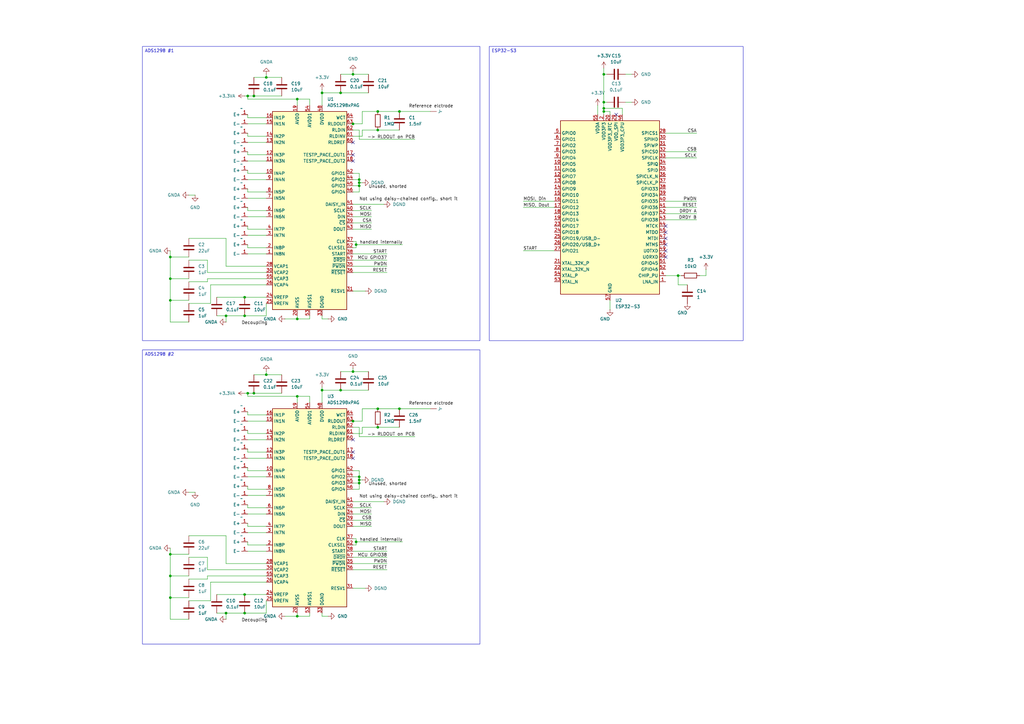
<source format=kicad_sch>
(kicad_sch (version 20250114) (generator "eeschema") (generator_version "9.0")
  (paper "A3")
  (title_block (title "sEMG Wirstband") (company "McGill AI Lab - Researcher: Karen Chen Lai"))
  (lib_symbols
    (symbol "Analog_ADC:ADS1298xPAG"
      (property "Reference" "U" (at -15.24 41.91 0))
      (property "Value" "ADS1298xPAG" (at 6.35 41.91 0))
      (symbol "ADS1298xPAG_0_1"
        (rectangle (start -15.24 40.64) (end 15.24 -40.64) (stroke (width 0.254)) (fill (type background)))
      )
      (symbol "ADS1298xPAG_1_1"
        (pin input line (at -17.78 38.1 0) (length 2.54) (name "IN1P") (number "16"))
        (pin input line (at -17.78 35.56 0) (length 2.54) (name "IN1N") (number "15"))
        (pin input line (at -17.78 30.48 0) (length 2.54) (name "IN2P") (number "14"))
        (pin input line (at -17.78 27.94 0) (length 2.54) (name "IN2N") (number "13"))
        (pin input line (at -17.78 22.86 0) (length 2.54) (name "IN3P") (number "12"))
        (pin input line (at -17.78 20.32 0) (length 2.54) (name "IN3N") (number "11"))
        (pin input line (at -17.78 15.24 0) (length 2.54) (name "IN4P") (number "10"))
        (pin input line (at -17.78 12.7 0) (length 2.54) (name "IN4N") (number "9"))
        (pin input line (at -17.78 7.62 0) (length 2.54) (name "IN5P") (number "8"))
        (pin input line (at -17.78 5.08 0) (length 2.54) (name "IN5N") (number "7"))
        (pin input line (at -17.78 0 0) (length 2.54) (name "IN6P") (number "6"))
        (pin input line (at -17.78 -2.54 0) (length 2.54) (name "IN6N") (number "5"))
        (pin input line (at -17.78 -7.62 0) (length 2.54) (name "IN7P") (number "4"))
        (pin input line (at -17.78 -10.16 0) (length 2.54) (name "IN7N") (number "3"))
        (pin input line (at -17.78 -15.24 0) (length 2.54) (name "IN8P") (number "2"))
        (pin input line (at -17.78 -17.78 0) (length 2.54) (name "IN8N") (number "1"))
        (pin passive line (at -17.78 -22.86 0) (length 2.54) (name "VCAP1") (number "28"))
        (pin passive line (at -17.78 -25.4 0) (length 2.54) (name "VCAP2") (number "30"))
        (pin passive line (at -17.78 -27.94 0) (length 2.54) (name "VCAP3") (number "55"))
        (pin passive line (at -17.78 -30.48 0) (length 2.54) (name "VCAP4") (number "26"))
        (pin passive line (at -17.78 -35.56 0) (length 2.54) (name "VREFP") (number "24"))
        (pin passive line (at -17.78 -38.1 0) (length 2.54) (name "VREFN") (number "25"))
        (pin power_in line (at -5.08 43.18 270) (length 2.54) (name "AVDD") (number "19"))
        (pin passive line (at -5.08 43.18 270) (length 2.54) (hide yes) (name "AVDD") (number "21"))
        (pin passive line (at -5.08 43.18 270) (length 2.54) (hide yes) (name "AVDD") (number "22"))
        (pin passive line (at -5.08 43.18 270) (length 2.54) (hide yes) (name "AVDD") (number "56"))
        (pin passive line (at -5.08 43.18 270) (length 2.54) (hide yes) (name "AVDD") (number "59"))
        (pin power_in line (at -5.08 -43.18 90) (length 2.54) (name "AVSS") (number "20"))
        (pin passive line (at -5.08 -43.18 90) (length 2.54) (hide yes) (name "AVSS") (number "23"))
        (pin passive line (at -5.08 -43.18 90) (length 2.54) (hide yes) (name "AVSS") (number "32"))
        (pin passive line (at -5.08 -43.18 90) (length 2.54) (hide yes) (name "AVSS") (number "57"))
        (pin passive line (at -5.08 -43.18 90) (length 2.54) (hide yes) (name "AVSS") (number "58"))
        (pin power_in line (at 0 43.18 270) (length 2.54) (name "AVDD1") (number "54"))
        (pin power_in line (at 0 -43.18 90) (length 2.54) (name "AVSS1") (number "53"))
        (pin power_in line (at 5.08 43.18 270) (length 2.54) (name "DVDD") (number "48"))
        (pin passive line (at 5.08 43.18 270) (length 2.54) (hide yes) (name "DVDD") (number "50"))
        (pin power_in line (at 5.08 -43.18 90) (length 2.54) (name "DGND") (number "33"))
        (pin passive line (at 5.08 -43.18 90) (length 2.54) (hide yes) (name "DGND") (number "49"))
        (pin passive line (at 5.08 -43.18 90) (length 2.54) (hide yes) (name "DGND") (number "51"))
        (pin no_connect line (at 15.24 -35.56 180) (length 2.54) (hide yes) (name "NC") (number "27"))
        (pin no_connect line (at 15.24 -38.1 180) (length 2.54) (hide yes) (name "NC") (number "29"))
        (pin output line (at 17.78 38.1 180) (length 2.54) (name "WCT") (number "64"))
        (pin output line (at 17.78 35.56 180) (length 2.54) (name "RLDOUT") (number "63"))
        (pin input line (at 17.78 33.02 180) (length 2.54) (name "RLDIN") (number "62"))
        (pin input line (at 17.78 30.48 180) (length 2.54) (name "RLDINV") (number "61"))
        (pin input line (at 17.78 27.94 180) (length 2.54) (name "RLDREF") (number "60"))
        (pin bidirectional line (at 17.78 22.86 180) (length 2.54) (name "TESTP_PACE_OUT1") (number "17"))
        (pin bidirectional line (at 17.78 20.32 180) (length 2.54) (name "TESTP_PACE_OUT2") (number "18"))
        (pin bidirectional line (at 17.78 15.24 180) (length 2.54) (name "GPIO1") (number "42"))
        (pin bidirectional line (at 17.78 12.7 180) (length 2.54) (name "GPIO2") (number "44"))
        (pin bidirectional line (at 17.78 10.16 180) (length 2.54) (name "GPIO3") (number "45"))
        (pin bidirectional line (at 17.78 7.62 180) (length 2.54) (name "GPIO4") (number "46"))
        (pin input line (at 17.78 2.54 180) (length 2.54) (name "DAISY_IN") (number "41"))
        (pin input line (at 17.78 0 180) (length 2.54) (name "SCLK") (number "40"))
        (pin input line (at 17.78 -2.54 180) (length 2.54) (name "DIN") (number "34"))
        (pin input line (at 17.78 -5.08 180) (length 2.54) (name "~{CS}") (number "39"))
        (pin output line (at 17.78 -7.62 180) (length 2.54) (name "DOUT") (number "43"))
        (pin bidirectional line (at 17.78 -12.7 180) (length 2.54) (name "CLK") (number "37"))
        (pin input line (at 17.78 -15.24 180) (length 2.54) (name "CLKSEL") (number "52"))
        (pin input line (at 17.78 -17.78 180) (length 2.54) (name "START") (number "38"))
        (pin output line (at 17.78 -20.32 180) (length 2.54) (name "~{DRDY}") (number "47"))
        (pin input line (at 17.78 -22.86 180) (length 2.54) (name "~{PWDN}") (number "35"))
        (pin input line (at 17.78 -25.4 180) (length 2.54) (name "~{RESET}") (number "36"))
        (pin input line (at 17.78 -33.02 180) (length 2.54) (name "RESV1") (number "31"))
      )
    )
    (symbol "Device:C" (pin_numbers (hide yes)) (pin_names (offset 0.254))
      (property "Reference" "C" (at 0.635 2.54 0))
      (property "Value" "C" (at 0.635 -2.54 0))
      (symbol "C_0_1"
        (polyline (pts (xy -2.032 0.762) (xy 2.032 0.762)) (stroke (width 0.508)))
        (polyline (pts (xy -2.032 -0.762) (xy 2.032 -0.762)) (stroke (width 0.508)))
      )
      (symbol "C_1_1"
        (pin passive line (at 0 3.81 270) (length 2.794) (name "~") (number "1"))
        (pin passive line (at 0 -3.81 90) (length 2.794) (name "~") (number "2"))
      )
    )
    (symbol "Device:R" (pin_numbers (hide yes)) (pin_names (offset 0))
      (property "Reference" "R" (at 2.032 0 90))
      (property "Value" "R" (at 0 0 90))
      (symbol "R_0_1"
        (rectangle (start -1.016 -2.54) (end 1.016 2.54) (stroke (width 0.254)))
      )
      (symbol "R_1_1"
        (pin passive line (at 0 3.81 270) (length 1.27) (name "~") (number "1"))
        (pin passive line (at 0 -3.81 90) (length 1.27) (name "~") (number "2"))
      )
    )
    (symbol "MCU_Espressif:ESP32-S3"
      (property "Reference" "U" (at 10.16 -38.1 0))
      (property "Value" "ESP32-S3" (at 13.97 -40.64 0))
      (symbol "ESP32-S3_0_1"
        (rectangle (start -20.32 35.56) (end 20.32 -35.56) (stroke (width 0.254)) (fill (type background)))
      )
      (symbol "ESP32-S3_1_0"
        (pin passive line (at -5.08 38.1 270) (length 2.54) (hide yes) (name "VDDA") (number "56"))
        (pin bidirectional line (at 22.86 12.7 180) (length 2.54) (name "SPICLK_N") (number "36"))
        (pin bidirectional line (at 22.86 -10.16 180) (length 2.54) (name "MTDO") (number "45"))
        (pin bidirectional line (at 22.86 -22.86 180) (length 2.54) (name "GPIO45") (number "51"))
      )
      (symbol "ESP32-S3_1_1"
        (pin bidirectional line (at -22.86 30.48 0) (length 2.54) (name "GPIO0") (number "5"))
        (pin bidirectional line (at -22.86 27.94 0) (length 2.54) (name "GPIO1") (number "6"))
        (pin bidirectional line (at -22.86 25.4 0) (length 2.54) (name "GPIO2") (number "7"))
        (pin bidirectional line (at -22.86 22.86 0) (length 2.54) (name "GPIO3") (number "8"))
        (pin bidirectional line (at -22.86 20.32 0) (length 2.54) (name "GPIO4") (number "9"))
        (pin bidirectional line (at -22.86 17.78 0) (length 2.54) (name "GPIO5") (number "10"))
        (pin bidirectional line (at -22.86 15.24 0) (length 2.54) (name "GPIO6") (number "11"))
        (pin bidirectional line (at -22.86 12.7 0) (length 2.54) (name "GPIO7") (number "12"))
        (pin bidirectional line (at -22.86 10.16 0) (length 2.54) (name "GPIO8") (number "13"))
        (pin bidirectional line (at -22.86 7.62 0) (length 2.54) (name "GPIO9") (number "14"))
        (pin bidirectional line (at -22.86 5.08 0) (length 2.54) (name "GPIO10") (number "15"))
        (pin bidirectional line (at -22.86 2.54 0) (length 2.54) (name "GPIO11") (number "16"))
        (pin bidirectional line (at -22.86 0 0) (length 2.54) (name "GPIO12") (number "17"))
        (pin bidirectional line (at -22.86 -2.54 0) (length 2.54) (name "GPIO13") (number "18"))
        (pin bidirectional line (at -22.86 -5.08 0) (length 2.54) (name "GPIO14") (number "19"))
        (pin bidirectional line (at -22.86 -7.62 0) (length 2.54) (name "GPIO17") (number "23"))
        (pin bidirectional line (at -22.86 -10.16 0) (length 2.54) (name "GPIO18") (number "24"))
        (pin bidirectional line (at -22.86 -12.7 0) (length 2.54) (name "GPIO19/USB_D-") (number "25"))
        (pin bidirectional line (at -22.86 -15.24 0) (length 2.54) (name "GPIO20/USB_D+") (number "26"))
        (pin bidirectional line (at -22.86 -17.78 0) (length 2.54) (name "GPIO21") (number "27"))
        (pin passive line (at -22.86 -22.86 0) (length 2.54) (name "XTAL_32K_P") (number "21"))
        (pin passive line (at -22.86 -25.4 0) (length 2.54) (name "XTAL_32K_N") (number "22"))
        (pin input line (at -22.86 -27.94 0) (length 2.54) (name "XTAL_P") (number "54"))
        (pin output line (at -22.86 -30.48 0) (length 2.54) (name "XTAL_N") (number "53"))
        (pin power_in line (at -5.08 38.1 270) (length 2.54) (name "VDDA") (number "55"))
        (pin power_in line (at -2.54 38.1 270) (length 2.54) (name "VDD3P3") (number "2"))
        (pin passive line (at -2.54 38.1 270) (length 2.54) (hide yes) (name "VDD3P3") (number "3"))
        (pin power_in line (at 0 38.1 270) (length 2.54) (name "VDD3P3_RTC") (number "20"))
        (pin power_in line (at 0 -38.1 90) (length 2.54) (name "GND") (number "57"))
        (pin power_in line (at 2.54 38.1 270) (length 2.54) (name "VDD_SPI") (number "29"))
        (pin power_in line (at 5.08 38.1 270) (length 2.54) (name "VDD3P3_CPU") (number "46"))
        (pin bidirectional line (at 22.86 30.48 180) (length 2.54) (name "SPICS1") (number "28"))
        (pin bidirectional line (at 22.86 27.94 180) (length 2.54) (name "SPIHD") (number "30"))
        (pin bidirectional line (at 22.86 25.4 180) (length 2.54) (name "SPIWP") (number "31"))
        (pin bidirectional line (at 22.86 22.86 180) (length 2.54) (name "SPICS0") (number "32"))
        (pin bidirectional line (at 22.86 20.32 180) (length 2.54) (name "SPICLK") (number "33"))
        (pin bidirectional line (at 22.86 17.78 180) (length 2.54) (name "SPIQ") (number "34"))
        (pin bidirectional line (at 22.86 15.24 180) (length 2.54) (name "SPID") (number "35"))
        (pin bidirectional line (at 22.86 10.16 180) (length 2.54) (name "SPICLK_P") (number "37"))
        (pin bidirectional line (at 22.86 7.62 180) (length 2.54) (name "GPIO33") (number "38"))
        (pin bidirectional line (at 22.86 5.08 180) (length 2.54) (name "GPIO34") (number "39"))
        (pin bidirectional line (at 22.86 2.54 180) (length 2.54) (name "GPIO35") (number "40"))
        (pin bidirectional line (at 22.86 0 180) (length 2.54) (name "GPIO36") (number "41"))
        (pin bidirectional line (at 22.86 -2.54 180) (length 2.54) (name "GPIO37") (number "42"))
        (pin bidirectional line (at 22.86 -5.08 180) (length 2.54) (name "GPIO38") (number "43"))
        (pin bidirectional line (at 22.86 -7.62 180) (length 2.54) (name "MTCK") (number "44"))
        (pin bidirectional line (at 22.86 -12.7 180) (length 2.54) (name "MTDI") (number "47"))
        (pin bidirectional line (at 22.86 -15.24 180) (length 2.54) (name "MTMS") (number "48"))
        (pin bidirectional line (at 22.86 -17.78 180) (length 2.54) (name "U0TXD") (number "49"))
        (pin bidirectional line (at 22.86 -20.32 180) (length 2.54) (name "U0RXD") (number "50"))
        (pin bidirectional line (at 22.86 -25.4 180) (length 2.54) (name "GPIO46") (number "52"))
        (pin input line (at 22.86 -27.94 180) (length 2.54) (name "CHIP_PU") (number "4"))
        (pin bidirectional line (at 22.86 -30.48 180) (length 2.54) (name "LNA_IN") (number "1"))
      )
    )
    (symbol "differential_electrode_1"
      (symbol "differential_electrode_1_1_1"
        (pin passive line (at 1.27 1.27 180) (length 2.54) (name "E+") (number "1"))
        (pin passive line (at 1.27 -2.54 180) (length 2.54) (name "E-") (number "1"))
      )
    )
    (symbol "differential_electrode_10"
      (symbol "differential_electrode_10_1_1"
        (pin passive line (at 1.27 1.27 180) (length 2.54) (name "E+") (number "1"))
        (pin passive line (at 1.27 -2.54 180) (length 2.54) (name "E-") (number "1"))
      )
    )
    (symbol "differential_electrode_11"
      (symbol "differential_electrode_11_1_1"
        (pin passive line (at 1.27 1.27 180) (length 2.54) (name "E+") (number "1"))
        (pin passive line (at 1.27 -2.54 180) (length 2.54) (name "E-") (number "1"))
      )
    )
    (symbol "differential_electrode_12"
      (symbol "differential_electrode_12_1_1"
        (pin passive line (at 1.27 1.27 180) (length 2.54) (name "E+") (number "1"))
        (pin passive line (at 1.27 -2.54 180) (length 2.54) (name "E-") (number "1"))
      )
    )
    (symbol "differential_electrode_13"
      (symbol "differential_electrode_13_1_1"
        (pin passive line (at 1.27 1.27 180) (length 2.54) (name "E+") (number "1"))
        (pin passive line (at 1.27 -2.54 180) (length 2.54) (name "E-") (number "1"))
      )
    )
    (symbol "differential_electrode_14"
      (symbol "differential_electrode_14_1_1"
        (pin passive line (at 1.27 1.27 180) (length 2.54) (name "E+") (number "1"))
        (pin passive line (at 1.27 -2.54 180) (length 2.54) (name "E-") (number "1"))
      )
    )
    (symbol "differential_electrode_15"
      (symbol "differential_electrode_15_1_1"
        (pin passive line (at 1.27 1.27 180) (length 2.54) (name "E+") (number "1"))
        (pin passive line (at 1.27 -2.54 180) (length 2.54) (name "E-") (number "1"))
      )
    )
    (symbol "differential_electrode_2"
      (symbol "differential_electrode_2_1_1"
        (pin passive line (at 1.27 1.27 180) (length 2.54) (name "E+") (number "1"))
        (pin passive line (at 1.27 -2.54 180) (length 2.54) (name "E-") (number "1"))
      )
    )
    (symbol "differential_electrode_3"
      (symbol "differential_electrode_3_1_1"
        (pin passive line (at 1.27 1.27 180) (length 2.54) (name "E+") (number "1"))
        (pin passive line (at 1.27 -2.54 180) (length 2.54) (name "E-") (number "1"))
      )
    )
    (symbol "differential_electrode_4"
      (symbol "differential_electrode_4_1_1"
        (pin passive line (at 1.27 1.27 180) (length 2.54) (name "E+") (number "1"))
        (pin passive line (at 1.27 -2.54 180) (length 2.54) (name "E-") (number "1"))
      )
    )
    (symbol "differential_electrode_5"
      (symbol "differential_electrode_5_1_1"
        (pin passive line (at 1.27 1.27 180) (length 2.54) (name "E+") (number "1"))
        (pin passive line (at 1.27 -2.54 180) (length 2.54) (name "E-") (number "1"))
      )
    )
    (symbol "differential_electrode_6"
      (symbol "differential_electrode_6_1_1"
        (pin passive line (at 1.27 1.27 180) (length 2.54) (name "E+") (number "1"))
        (pin passive line (at 1.27 -2.54 180) (length 2.54) (name "E-") (number "1"))
      )
    )
    (symbol "differential_electrode_7"
      (symbol "differential_electrode_7_1_1"
        (pin passive line (at 1.27 1.27 180) (length 2.54) (name "E+") (number "1"))
        (pin passive line (at 1.27 -2.54 180) (length 2.54) (name "E-") (number "1"))
      )
    )
    (symbol "differential_electrode_8"
      (symbol "differential_electrode_8_1_1"
        (pin passive line (at 1.27 1.27 180) (length 2.54) (name "E+") (number "1"))
        (pin passive line (at 1.27 -2.54 180) (length 2.54) (name "E-") (number "1"))
      )
    )
    (symbol "differential_electrode_9"
      (symbol "differential_electrode_9_1_1"
        (pin passive line (at 1.27 1.27 180) (length 2.54) (name "E+") (number "1"))
        (pin passive line (at 1.27 -2.54 180) (length 2.54) (name "E-") (number "1"))
      )
    )
    (symbol "dry_electrode:differential_electrode"
      (symbol "differential_electrode_1_1"
        (pin passive line (at 1.27 1.27 180) (length 2.54) (name "E+") (number "1"))
        (pin passive line (at 1.27 -2.54 180) (length 2.54) (name "E-") (number "1"))
      )
    )
    (symbol "power:GND" (power) (pin_numbers (hide yes)) (pin_names (offset 0) (hide yes))
      (property "Value" "GND" (at 0 -3.81 0))
      (symbol "GND_0_1"
        (polyline (pts (xy 0 0) (xy 0 -1.27) (xy 1.27 -1.27) (xy 0 -2.54) (xy -1.27 -1.27) (xy 0 -1.27)))
      )
      (symbol "GND_1_1"
        (pin power_in line (at 0 0 270) (length 0) (name "~") (number "1"))
      )
    )
    (symbol "power:VDD" (power) (pin_numbers (hide yes)) (pin_names (offset 0) (hide yes))
      (property "Value" "VDD" (at 0 3.556 0))
      (symbol "VDD_0_1"
        (polyline (pts (xy -0.762 1.27) (xy 0 2.54)))
        (polyline (pts (xy 0 2.54) (xy 0.762 1.27)))
        (polyline (pts (xy 0 0) (xy 0 2.54)))
      )
      (symbol "VDD_1_1"
        (pin power_in line (at 0 0 90) (length 0) (name "~") (number "1"))
      )
    )
    (symbol "power:VDDA" (power) (pin_numbers (hide yes)) (pin_names (offset 0) (hide yes))
      (property "Value" "VDDA" (at 0 3.556 0))
      (symbol "VDDA_0_1"
        (polyline (pts (xy -0.762 1.27) (xy 0 2.54)))
        (polyline (pts (xy 0 2.54) (xy 0.762 1.27)))
        (polyline (pts (xy 0 0) (xy 0 2.54)))
      )
      (symbol "VDDA_1_1"
        (pin power_in line (at 0 0 90) (length 0) (name "~") (number "1"))
      )
    )
    (symbol "ref_electrode:J"
      (symbol "J_1_1"
        (pin passive line (at 1.27 0 0) (length 2.54) (name "J") (number ""))
      )
    )
  )
  (text_box "ADS1298 #2" (at 58.42 143.51 0) (size 138.43 120.65) (margins 0.9525 0.9525 0.9525 0.9525) (effects (font (size 1.27 1.27)) (justify left top)))
  (text_box "ESP32-S3\n" (at 200.66 19.05 0) (size 104.14 120.65) (margins 0.9525 0.9525 0.9525 0.9525) (effects (font (size 1.27 1.27)) (justify left top)))
  (text_box "ADS1298 #1\n" (at 58.42 19.05 0) (size 138.43 120.65) (margins 0.9525 0.9525 0.9525 0.9525) (effects (font (size 1.27 1.27)) (justify left top)))
  (junction (at 132.08 160.02))
  (junction (at 69.85 105.41))
  (junction (at 109.22 31.75))
  (junction (at 144.78 50.8))
  (junction (at 147.32 76.2))
  (junction (at 247.65 45.72))
  (junction (at 69.85 227.33))
  (junction (at 146.05 222.25))
  (junction (at 146.05 100.33))
  (junction (at 121.92 162.56))
  (junction (at 163.83 45.72))
  (junction (at 69.85 123.19))
  (junction (at 109.22 153.67))
  (junction (at 69.85 245.11))
  (junction (at 163.83 167.64))
  (junction (at 100.33 129.54))
  (junction (at 147.32 198.12))
  (junction (at 92.71 129.54))
  (junction (at 121.92 40.64))
  (junction (at 104.14 39.37))
  (junction (at 147.32 196.85))
  (junction (at 247.65 30.48))
  (junction (at 154.94 53.34))
  (junction (at 121.92 252.73))
  (junction (at 101.6 39.37))
  (junction (at 154.94 175.26))
  (junction (at 104.14 161.29))
  (junction (at 154.94 167.64))
  (junction (at 69.85 236.22))
  (junction (at 101.6 161.29))
  (junction (at 121.92 130.81))
  (junction (at 144.78 30.48))
  (junction (at 69.85 114.3))
  (junction (at 100.33 243.84))
  (junction (at 139.7 160.02))
  (junction (at 247.65 41.91))
  (junction (at 147.32 74.93))
  (junction (at 100.33 251.46))
  (junction (at 154.94 45.72))
  (junction (at 147.32 195.58))
  (junction (at 144.78 172.72))
  (junction (at 278.13 113.03))
  (junction (at 144.78 152.4))
  (junction (at 139.7 38.1))
  (junction (at 247.65 44.45))
  (junction (at 147.32 73.66))
  (junction (at 92.71 251.46))
  (junction (at 132.08 38.1))
  (junction (at 100.33 121.92))
  (no_connect (at 144.78 185.42))
  (no_connect (at 144.78 187.96))
  (no_connect (at 144.78 58.42))
  (no_connect (at 252.73 46.99))
  (no_connect (at 273.05 105.41))
  (no_connect (at 273.05 92.71))
  (no_connect (at 144.78 66.04))
  (no_connect (at 273.05 97.79))
  (no_connect (at 144.78 180.34))
  (no_connect (at 273.05 102.87))
  (no_connect (at 273.05 95.25))
  (no_connect (at 144.78 63.5))
  (no_connect (at 273.05 100.33))
  (wire (pts (xy 165.1 100.33) (xy 146.05 100.33)))
  (wire (pts (xy 101.6 48.26) (xy 101.6 46.99)))
  (wire (pts (xy 109.22 177.8) (xy 101.6 177.8)))
  (wire (pts (xy 101.6 180.34) (xy 109.22 180.34)))
  (wire (pts (xy 109.22 71.12) (xy 101.6 71.12)))
  (wire (pts (xy 273.05 82.55) (xy 285.75 82.55)))
  (wire (pts (xy 101.6 63.5) (xy 101.6 62.23)))
  (wire (pts (xy 101.6 66.04) (xy 109.22 66.04)))
  (wire (pts (xy 163.83 167.64) (xy 176.53 167.64)))
  (wire (pts (xy 144.78 226.06) (xy 158.75 226.06)))
  (wire (pts (xy 101.6 215.9) (xy 101.6 214.63)))
  (wire (pts (xy 146.05 222.25) (xy 146.05 220.98)))
  (wire (pts (xy 144.78 111.76) (xy 158.75 111.76)))
  (wire (pts (xy 109.22 170.18) (xy 101.6 170.18)))
  (wire (pts (xy 101.6 58.42) (xy 109.22 58.42)))
  (wire (pts (xy 248.92 30.48) (xy 247.65 30.48)))
  (wire (pts (xy 101.6 210.82) (xy 109.22 210.82)))
  (wire (pts (xy 69.85 105.41) (xy 69.85 114.3)))
  (wire (pts (xy 147.32 198.12) (xy 147.32 200.66)))
  (wire (pts (xy 121.92 130.81) (xy 127 130.81)))
  (wire (pts (xy 69.85 114.3) (xy 77.47 114.3)))
  (wire (pts (xy 109.22 153.67) (xy 115.57 153.67)))
  (wire (pts (xy 127 129.54) (xy 127 130.81)))
  (wire (pts (xy 109.22 200.66) (xy 101.6 200.66)))
  (wire (pts (xy 92.71 231.14) (xy 92.71 219.71)))
  (wire (pts (xy 77.47 201.93) (xy 80.01 201.93)))
  (wire (pts (xy 214.63 102.87) (xy 227.33 102.87)))
  (wire (pts (xy 77.47 246.38) (xy 86.36 246.38)))
  (wire (pts (xy 144.78 93.98) (xy 152.4 93.98)))
  (wire (pts (xy 109.22 63.5) (xy 101.6 63.5)))
  (wire (pts (xy 144.78 29.21) (xy 144.78 30.48)))
  (wire (pts (xy 69.85 245.11) (xy 69.85 254)))
  (wire (pts (xy 147.32 53.34) (xy 147.32 57.15)))
  (wire (pts (xy 278.13 113.03) (xy 278.13 116.84)))
  (wire (pts (xy 109.22 152.4) (xy 109.22 153.67)))
  (wire (pts (xy 256.54 41.91) (xy 259.08 41.91)))
  (wire (pts (xy 86.36 116.84) (xy 86.36 124.46)))
  (wire (pts (xy 144.78 177.8) (xy 148.59 177.8)))
  (wire (pts (xy 247.65 44.45) (xy 255.27 44.45)))
  (wire (pts (xy 144.78 193.04) (xy 147.32 193.04)))
  (wire (pts (xy 245.11 43.18) (xy 245.11 46.99)))
  (wire (pts (xy 146.05 222.25) (xy 146.05 223.52)))
  (wire (pts (xy 278.13 113.03) (xy 279.4 113.03)))
  (wire (pts (xy 132.08 251.46) (xy 132.08 252.73)))
  (wire (pts (xy 69.85 236.22) (xy 69.85 245.11)))
  (wire (pts (xy 144.78 195.58) (xy 147.32 195.58)))
  (wire (pts (xy 144.78 198.12) (xy 147.32 198.12)))
  (wire (pts (xy 165.1 222.25) (xy 146.05 222.25)))
  (wire (pts (xy 127 251.46) (xy 127 252.73)))
  (wire (pts (xy 132.08 130.81) (xy 134.62 130.81)))
  (wire (pts (xy 144.78 223.52) (xy 146.05 223.52)))
  (wire (pts (xy 250.19 123.19) (xy 250.19 127)))
  (wire (pts (xy 69.85 227.33) (xy 69.85 236.22)))
  (wire (pts (xy 148.59 45.72) (xy 154.94 45.72)))
  (wire (pts (xy 101.6 161.29) (xy 104.14 161.29)))
  (wire (pts (xy 100.33 243.84) (xy 109.22 243.84)))
  (wire (pts (xy 146.05 100.33) (xy 146.05 99.06)))
  (wire (pts (xy 139.7 30.48) (xy 144.78 30.48)))
  (wire (pts (xy 69.85 227.33) (xy 77.47 227.33)))
  (wire (pts (xy 273.05 90.17) (xy 285.75 90.17)))
  (wire (pts (xy 121.92 162.56) (xy 121.92 165.1)))
  (wire (pts (xy 154.94 45.72) (xy 163.83 45.72)))
  (wire (pts (xy 144.78 233.68) (xy 158.75 233.68)))
  (wire (pts (xy 154.94 53.34) (xy 163.83 53.34)))
  (wire (pts (xy 247.65 30.48) (xy 247.65 41.91)))
  (wire (pts (xy 101.6 101.6) (xy 101.6 100.33)))
  (wire (pts (xy 77.47 228.6) (xy 85.09 228.6)))
  (wire (pts (xy 69.85 224.79) (xy 69.85 227.33)))
  (wire (pts (xy 101.6 78.74) (xy 101.6 77.47)))
  (wire (pts (xy 121.92 40.64) (xy 121.92 43.18)))
  (wire (pts (xy 101.6 73.66) (xy 109.22 73.66)))
  (wire (pts (xy 132.08 160.02) (xy 139.7 160.02)))
  (wire (pts (xy 109.22 31.75) (xy 115.57 31.75)))
  (wire (pts (xy 69.85 114.3) (xy 69.85 123.19)))
  (wire (pts (xy 144.78 50.8) (xy 148.59 50.8)))
  (wire (pts (xy 255.27 44.45) (xy 255.27 46.99)))
  (wire (pts (xy 273.05 64.77) (xy 285.75 64.77)))
  (wire (pts (xy 101.6 55.88) (xy 101.6 54.61)))
  (wire (pts (xy 147.32 74.93) (xy 147.32 76.2)))
  (wire (pts (xy 144.78 78.74) (xy 147.32 78.74)))
  (wire (pts (xy 154.94 167.64) (xy 163.83 167.64)))
  (wire (pts (xy 144.78 88.9) (xy 152.4 88.9)))
  (wire (pts (xy 77.47 80.01) (xy 80.01 80.01)))
  (wire (pts (xy 247.65 27.94) (xy 247.65 30.48)))
  (wire (pts (xy 109.22 109.22) (xy 92.71 109.22)))
  (wire (pts (xy 109.22 246.38) (xy 109.22 251.46)))
  (wire (pts (xy 109.22 231.14) (xy 92.71 231.14)))
  (wire (pts (xy 273.05 85.09) (xy 285.75 85.09)))
  (wire (pts (xy 101.6 161.29) (xy 101.6 162.56)))
  (wire (pts (xy 101.6 86.36) (xy 101.6 85.09)))
  (wire (pts (xy 144.78 73.66) (xy 147.32 73.66)))
  (wire (pts (xy 101.6 223.52) (xy 101.6 222.25)))
  (wire (pts (xy 101.6 226.06) (xy 109.22 226.06)))
  (wire (pts (xy 250.19 46.99) (xy 250.19 45.72)))
  (wire (pts (xy 101.6 162.56) (xy 121.92 162.56)))
  (wire (pts (xy 144.78 101.6) (xy 146.05 101.6)))
  (wire (pts (xy 247.65 44.45) (xy 247.65 45.72)))
  (wire (pts (xy 139.7 152.4) (xy 144.78 152.4)))
  (wire (pts (xy 86.36 238.76) (xy 86.36 246.38)))
  (wire (pts (xy 144.78 220.98) (xy 146.05 220.98)))
  (wire (pts (xy 144.78 228.6) (xy 158.75 228.6)))
  (wire (pts (xy 148.59 167.64) (xy 154.94 167.64)))
  (wire (pts (xy 109.22 129.54) (xy 100.33 129.54)))
  (wire (pts (xy 92.71 132.08) (xy 92.71 129.54)))
  (wire (pts (xy 85.09 111.76) (xy 85.09 106.68)))
  (wire (pts (xy 92.71 251.46) (xy 100.33 251.46)))
  (wire (pts (xy 101.6 71.12) (xy 101.6 69.85)))
  (wire (pts (xy 154.94 175.26) (xy 163.83 175.26)))
  (wire (pts (xy 144.78 231.14) (xy 158.75 231.14)))
  (wire (pts (xy 104.14 31.75) (xy 109.22 31.75)))
  (wire (pts (xy 101.6 39.37) (xy 101.6 40.64)))
  (wire (pts (xy 101.6 177.8) (xy 101.6 176.53)))
  (wire (pts (xy 109.22 116.84) (xy 86.36 116.84)))
  (wire (pts (xy 132.08 252.73) (xy 134.62 252.73)))
  (wire (pts (xy 101.6 93.98) (xy 101.6 92.71)))
  (wire (pts (xy 147.32 73.66) (xy 147.32 74.93)))
  (wire (pts (xy 144.78 71.12) (xy 147.32 71.12)))
  (wire (pts (xy 144.78 208.28) (xy 152.4 208.28)))
  (wire (pts (xy 144.78 53.34) (xy 147.32 53.34)))
  (wire (pts (xy 92.71 109.22) (xy 92.71 97.79)))
  (wire (pts (xy 147.32 76.2) (xy 147.32 78.74)))
  (wire (pts (xy 281.94 116.84) (xy 278.13 116.84)))
  (wire (pts (xy 148.59 177.8) (xy 148.59 175.26)))
  (wire (pts (xy 132.08 38.1) (xy 132.08 43.18)))
  (wire (pts (xy 85.09 236.22) (xy 85.09 237.49)))
  (wire (pts (xy 109.22 30.48) (xy 109.22 31.75)))
  (wire (pts (xy 116.84 130.81) (xy 121.92 130.81)))
  (wire (pts (xy 69.85 236.22) (xy 77.47 236.22)))
  (wire (pts (xy 121.92 129.54) (xy 121.92 130.81)))
  (wire (pts (xy 109.22 48.26) (xy 101.6 48.26)))
  (wire (pts (xy 109.22 236.22) (xy 85.09 236.22)))
  (wire (pts (xy 77.47 237.49) (xy 85.09 237.49)))
  (wire (pts (xy 77.47 132.08) (xy 69.85 132.08)))
  (wire (pts (xy 247.65 45.72) (xy 247.65 46.99)))
  (wire (pts (xy 146.05 100.33) (xy 146.05 101.6)))
  (wire (pts (xy 101.6 170.18) (xy 101.6 168.91)))
  (wire (pts (xy 109.22 55.88) (xy 101.6 55.88)))
  (wire (pts (xy 259.08 30.48) (xy 256.54 30.48)))
  (wire (pts (xy 101.6 104.14) (xy 109.22 104.14)))
  (wire (pts (xy 69.85 102.87) (xy 69.85 105.41)))
  (wire (pts (xy 109.22 208.28) (xy 101.6 208.28)))
  (wire (pts (xy 148.59 53.34) (xy 154.94 53.34)))
  (wire (pts (xy 148.59 172.72) (xy 148.59 167.64)))
  (wire (pts (xy 144.78 151.13) (xy 144.78 152.4)))
  (wire (pts (xy 101.6 81.28) (xy 109.22 81.28)))
  (wire (pts (xy 148.59 50.8) (xy 148.59 45.72)))
  (wire (pts (xy 127 43.18) (xy 127 40.64)))
  (wire (pts (xy 92.71 129.54) (xy 100.33 129.54)))
  (wire (pts (xy 88.9 129.54) (xy 92.71 129.54)))
  (wire (pts (xy 69.85 123.19) (xy 69.85 132.08)))
  (wire (pts (xy 247.65 41.91) (xy 247.65 44.45)))
  (wire (pts (xy 144.78 99.06) (xy 146.05 99.06)))
  (wire (pts (xy 92.71 97.79) (xy 77.47 97.79)))
  (wire (pts (xy 104.14 39.37) (xy 115.57 39.37)))
  (wire (pts (xy 109.22 185.42) (xy 101.6 185.42)))
  (wire (pts (xy 109.22 233.68) (xy 85.09 233.68)))
  (wire (pts (xy 101.6 195.58) (xy 109.22 195.58)))
  (wire (pts (xy 104.14 153.67) (xy 109.22 153.67)))
  (wire (pts (xy 144.78 104.14) (xy 158.75 104.14)))
  (wire (pts (xy 101.6 88.9) (xy 109.22 88.9)))
  (wire (pts (xy 92.71 254) (xy 92.71 251.46)))
  (wire (pts (xy 144.78 210.82) (xy 152.4 210.82)))
  (wire (pts (xy 144.78 30.48) (xy 151.13 30.48)))
  (wire (pts (xy 132.08 38.1) (xy 139.7 38.1)))
  (wire (pts (xy 121.92 252.73) (xy 127 252.73)))
  (wire (pts (xy 88.9 251.46) (xy 92.71 251.46)))
  (wire (pts (xy 85.09 233.68) (xy 85.09 228.6)))
  (wire (pts (xy 88.9 243.84) (xy 100.33 243.84)))
  (wire (pts (xy 144.78 76.2) (xy 147.32 76.2)))
  (wire (pts (xy 132.08 158.75) (xy 132.08 160.02)))
  (wire (pts (xy 147.32 196.85) (xy 147.32 198.12)))
  (wire (pts (xy 144.78 205.74) (xy 157.48 205.74)))
  (wire (pts (xy 109.22 101.6) (xy 101.6 101.6)))
  (wire (pts (xy 104.14 161.29) (xy 115.57 161.29)))
  (wire (pts (xy 147.32 74.93) (xy 148.59 74.93)))
  (wire (pts (xy 101.6 39.37) (xy 104.14 39.37)))
  (wire (pts (xy 101.6 172.72) (xy 109.22 172.72)))
  (wire (pts (xy 109.22 215.9) (xy 101.6 215.9)))
  (wire (pts (xy 109.22 114.3) (xy 85.09 114.3)))
  (wire (pts (xy 100.33 39.37) (xy 101.6 39.37)))
  (wire (pts (xy 77.47 106.68) (xy 85.09 106.68)))
  (wire (pts (xy 127 165.1) (xy 127 162.56)))
  (wire (pts (xy 147.32 193.04) (xy 147.32 195.58)))
  (wire (pts (xy 214.63 82.55) (xy 227.33 82.55)))
  (wire (pts (xy 147.32 57.15) (xy 170.18 57.15)))
  (wire (pts (xy 121.92 162.56) (xy 127 162.56)))
  (wire (pts (xy 101.6 208.28) (xy 101.6 207.01)))
  (wire (pts (xy 101.6 187.96) (xy 109.22 187.96)))
  (wire (pts (xy 139.7 38.1) (xy 151.13 38.1)))
  (wire (pts (xy 273.05 87.63) (xy 285.75 87.63)))
  (wire (pts (xy 148.59 55.88) (xy 148.59 53.34)))
  (wire (pts (xy 147.32 71.12) (xy 147.32 73.66)))
  (wire (pts (xy 247.65 41.91) (xy 248.92 41.91)))
  (wire (pts (xy 101.6 50.8) (xy 109.22 50.8)))
  (wire (pts (xy 144.78 241.3) (xy 149.86 241.3)))
  (wire (pts (xy 132.08 160.02) (xy 132.08 165.1)))
  (wire (pts (xy 101.6 203.2) (xy 109.22 203.2)))
  (wire (pts (xy 132.08 36.83) (xy 132.08 38.1)))
  (wire (pts (xy 85.09 114.3) (xy 85.09 115.57)))
  (wire (pts (xy 121.92 251.46) (xy 121.92 252.73)))
  (wire (pts (xy 69.85 123.19) (xy 77.47 123.19)))
  (wire (pts (xy 144.78 55.88) (xy 148.59 55.88)))
  (wire (pts (xy 88.9 121.92) (xy 100.33 121.92)))
  (wire (pts (xy 144.78 200.66) (xy 147.32 200.66)))
  (wire (pts (xy 77.47 115.57) (xy 85.09 115.57)))
  (wire (pts (xy 273.05 54.61) (xy 285.75 54.61)))
  (wire (pts (xy 77.47 254) (xy 69.85 254)))
  (wire (pts (xy 69.85 245.11) (xy 77.47 245.11)))
  (wire (pts (xy 143.51 172.72) (xy 144.78 172.72)))
  (wire (pts (xy 101.6 200.66) (xy 101.6 199.39)))
  (wire (pts (xy 144.78 213.36) (xy 152.4 213.36)))
  (wire (pts (xy 69.85 105.41) (xy 77.47 105.41)))
  (wire (pts (xy 147.32 179.07) (xy 170.18 179.07)))
  (wire (pts (xy 214.63 85.09) (xy 227.33 85.09)))
  (wire (pts (xy 250.19 45.72) (xy 247.65 45.72)))
  (wire (pts (xy 109.22 251.46) (xy 100.33 251.46)))
  (wire (pts (xy 147.32 195.58) (xy 147.32 196.85)))
  (wire (pts (xy 144.78 215.9) (xy 152.4 215.9)))
  (wire (pts (xy 132.08 129.54) (xy 132.08 130.81)))
  (wire (pts (xy 109.22 78.74) (xy 101.6 78.74)))
  (wire (pts (xy 101.6 218.44) (xy 109.22 218.44)))
  (wire (pts (xy 77.47 124.46) (xy 86.36 124.46)))
  (wire (pts (xy 100.33 121.92) (xy 109.22 121.92)))
  (wire (pts (xy 144.78 86.36) (xy 152.4 86.36)))
  (wire (pts (xy 101.6 40.64) (xy 121.92 40.64)))
  (wire (pts (xy 109.22 193.04) (xy 101.6 193.04)))
  (wire (pts (xy 109.22 124.46) (xy 109.22 129.54)))
  (wire (pts (xy 287.02 113.03) (xy 289.56 113.03)))
  (wire (pts (xy 100.33 161.29) (xy 101.6 161.29)))
  (wire (pts (xy 289.56 110.49) (xy 289.56 113.03)))
  (wire (pts (xy 109.22 223.52) (xy 101.6 223.52)))
  (wire (pts (xy 116.84 252.73) (xy 121.92 252.73)))
  (wire (pts (xy 147.32 175.26) (xy 147.32 179.07)))
  (wire (pts (xy 101.6 96.52) (xy 109.22 96.52)))
  (wire (pts (xy 92.71 219.71) (xy 77.47 219.71)))
  (wire (pts (xy 148.59 175.26) (xy 154.94 175.26)))
  (wire (pts (xy 163.83 45.72) (xy 176.53 45.72)))
  (wire (pts (xy 139.7 160.02) (xy 151.13 160.02)))
  (wire (pts (xy 109.22 111.76) (xy 85.09 111.76)))
  (wire (pts (xy 144.78 106.68) (xy 158.75 106.68)))
  (wire (pts (xy 101.6 193.04) (xy 101.6 191.77)))
  (wire (pts (xy 144.78 119.38) (xy 149.86 119.38)))
  (wire (pts (xy 109.22 86.36) (xy 101.6 86.36)))
  (wire (pts (xy 144.78 91.44) (xy 152.4 91.44)))
  (wire (pts (xy 144.78 175.26) (xy 147.32 175.26)))
  (wire (pts (xy 273.05 113.03) (xy 278.13 113.03)))
  (wire (pts (xy 144.78 109.22) (xy 158.75 109.22)))
  (wire (pts (xy 144.78 83.82) (xy 157.48 83.82)))
  (wire (pts (xy 143.51 50.8) (xy 144.78 50.8)))
  (wire (pts (xy 109.22 238.76) (xy 86.36 238.76)))
  (wire (pts (xy 101.6 185.42) (xy 101.6 184.15)))
  (wire (pts (xy 273.05 62.23) (xy 285.75 62.23)))
  (wire (pts (xy 144.78 172.72) (xy 148.59 172.72)))
  (wire (pts (xy 109.22 93.98) (xy 101.6 93.98)))
  (wire (pts (xy 144.78 152.4) (xy 151.13 152.4)))
  (wire (pts (xy 121.92 40.64) (xy 127 40.64)))
  (wire (pts (xy 147.32 196.85) (xy 148.59 196.85)))
  (label "SCLK" (at 285.75 64.77 180))
  (label "MISO, Dout" (at 214.63 85.09 0))
  (label "CSB" (at 152.4 213.36 180))
  (label "Reference elctrode" (at 167.64 166.37 0))
  (label "Decoupling" (at 99.06 255.27 0))
  (label "MOSI, Din" (at 214.63 82.55 0))
  (label "SCLK" (at 152.4 208.28 180))
  (label "START" (at 158.75 104.14 180))
  (label "RESET" (at 285.75 85.09 180))
  (label "CSB" (at 285.75 62.23 180))
  (label "Decoupling" (at 99.06 133.35 0))
  (label "MOSI" (at 152.4 210.82 180))
  (label "DRDY A" (at 285.75 87.63 180))
  (label "handled internally" (at 165.1 222.25 180))
  (label "MISO" (at 152.4 93.98 180))
  (label "MISO" (at 152.4 215.9 180))
  (label "CSA" (at 152.4 91.44 180))
  (label "START" (at 214.63 102.87 0))
  (label "Reference elctrode" (at 167.64 44.45 0))
  (label "Not using daisy-chained config., short it" (at 147.32 82.55 0))
  (label "CSA" (at 285.75 54.61 180))
  (label "SCLK" (at 152.4 86.36 180))
  (label "MOSI" (at 152.4 88.9 180))
  (label "PWDN" (at 285.75 82.55 180))
  (label "START" (at 158.75 226.06 180))
  (label "Not using daisy-chained config., short it" (at 147.32 204.47 0))
  (label "RESET" (at 158.75 233.68 180))
  (label "PWDN" (at 158.75 231.14 180))
  (label "MCU GPIO38" (at 158.75 228.6 180))
  (label "-> RLDOUT on PCB" (at 170.18 57.15 180))
  (label "handled internally" (at 165.1 100.33 180))
  (label "Unused, shorted" (at 151.13 199.39 0))
  (label "DRDY B" (at 285.75 90.17 180))
  (label "Unused, shorted" (at 151.13 77.47 0))
  (label "-> RLDOUT on PCB" (at 170.18 179.07 180))
  (label "RESET" (at 158.75 111.76 180))
  (label "PWDN" (at 158.75 109.22 180))
  (label "MCU GPIO37" (at 158.75 106.68 180))
  (symbol (lib_id "Device:C") (at 281.94 120.65 0) (unit 1)
    (property "Reference" "C14" (at 285.75 119.3799 0) (effects (justify left)))
    (property "Value" "1" (at 285.75 121.9199 0) (effects (justify left)))
    (property "Description" "Unpolarized capacitor" (effects (hide yes)))
  )
  (symbol (lib_id "Device:C") (at 88.9 125.73 0) (unit 1)
    (property "Reference" "C17" (at 92.71 124.4599 0) (effects (justify left)))
    (property "Value" "0.1uF" (at 92.71 126.9999 0) (effects (justify left)))
    (property "Description" "Unpolarized capacitor" (effects (hide yes)))
  )
  (symbol (lib_id "power:GND") (at 92.71 132.08 270) (unit 1)
    (property "Reference" "#PWR08" (effects (hide yes)))
    (property "Value" "GNDA" (at 89.154 132.08 90) (effects (justify right)))
    (property "Description" "Power symbol creates a global label with name \"GND\" , ground" (effects (hide yes)))
  )
  (symbol (lib_id "power:VDDA") (at 100.33 39.37 90) (unit 1)
    (property "Reference" "#PWR031" (effects (hide yes)))
    (property "Value" "+3.3VA" (at 96.52 39.3699 90) (effects (justify left)))
    (property "Description" "Power symbol creates a global label with name \"VDDA\"" (effects (hide yes)))
  )
  (symbol (lib_id "power:GND") (at 148.59 196.85 90) (unit 1)
    (property "Reference" "#PWR022" (effects (hide yes)))
    (property "Value" "DGND" (at 152.146 196.85 90) (effects (justify right)))
    (property "Description" "Power symbol creates a global label with name \"GND\" , ground" (effects (hide yes)))
  )
  (symbol (lib_id "power:GND") (at 281.94 124.46 0) (unit 1)
    (property "Reference" "#PWR028" (effects (hide yes)))
    (property "Value" "GND" (at 281.9399 128.27 0) (effects (justify right)))
    (property "Description" "Power symbol creates a global label with name \"GND\" , ground" (effects (hide yes)))
  )
  (symbol (lib_id "Device:C") (at 77.47 128.27 0) (unit 1)
    (property "Reference" "C5" (at 81.28 126.9999 0) (effects (justify left)))
    (property "Value" "1uF" (at 81.28 129.5399 0) (effects (justify left)))
    (property "Description" "Unpolarized capacitor" (effects (hide yes)))
  )
  (symbol (lib_id "Device:C") (at 77.47 241.3 0) (unit 1)
    (property "Reference" "C8" (at 81.28 240.0299 0) (effects (justify left)))
    (property "Value" "1uF" (at 81.28 242.5699 0) (effects (justify left)))
    (property "Description" "Unpolarized capacitor" (effects (hide yes)))
  )
  (symbol (lib_id "Device:C") (at 100.33 247.65 0) (unit 1)
    (property "Reference" "C12" (at 104.14 246.3799 0) (effects (justify left)))
    (property "Value" "10uF" (at 104.14 248.9199 0) (effects (justify left)))
    (property "Description" "Unpolarized capacitor" (effects (hide yes)))
  )
  (symbol (lib_id "power:GND") (at 157.48 83.82 90) (unit 1)
    (property "Reference" "#PWR011" (effects (hide yes)))
    (property "Value" "DGND" (at 161.036 83.82 90) (effects (justify right)))
    (property "Description" "Power symbol creates a global label with name \"GND\" , ground" (effects (hide yes)))
  )
  (symbol (lib_name "differential_electrode_13") (lib_id "dry_electrode:differential_electrode") (at 100.33 200.66 0) (unit 1)
    (property "Reference" "E13" (effects (hide yes)))
    (property "Value" "~" (at 99.06 196.85 0))
  )
  (symbol (lib_id "MCU_Espressif:ESP32-S3") (at 250.19 85.09 0) (unit 1)
    (property "Reference" "U2" (at 252.3333 123.19 0) (effects (justify left)))
    (property "Value" "ESP32-S3" (at 252.3333 125.73 0) (effects (justify left)))
    (property "Footprint" "Package_DFN_QFN:QFN-56-1EP_7x7mm_P0.4mm_EP4x4mm" (effects (hide yes)))
    (property "Datasheet" "https://www.espressif.com/sites/default/files/documentation/esp32-s3_datasheet_en.pdf" (effects (hide yes)))
    (property "Description" "Microcontroller, Wi-Fi 802.11b/g/n, Bluetooth, 32bit" (effects (hide yes)))
  )
  (symbol (lib_name "differential_electrode_11") (lib_id "dry_electrode:differential_electrode") (at 100.33 185.42 0) (unit 1)
    (property "Reference" "E11" (effects (hide yes)))
    (property "Value" "~" (at 99.06 181.61 0))
  )
  (symbol (lib_id "Device:R") (at 154.94 171.45 0) (unit 1)
    (property "Reference" "R2" (at 157.48 170.1799 0) (effects (justify left)))
    (property "Value" "1MΩ" (at 157.48 172.7199 0) (effects (justify left)))
    (property "Description" "Resistor" (effects (hide yes)))
  )
  (symbol (lib_name "differential_electrode_15") (lib_id "dry_electrode:differential_electrode") (at 100.33 177.8 0) (unit 1)
    (property "Reference" "E10" (effects (hide yes)))
    (property "Value" "~" (at 99.06 173.99 0))
  )
  (symbol (lib_id "power:GND") (at 80.01 201.93 0) (unit 1)
    (property "Reference" "#PWR014" (effects (hide yes)))
    (property "Value" "GND" (at 80.01 207.01 0))
    (property "Description" "Power symbol creates a global label with name \"GND\" , ground" (effects (hide yes)))
  )
  (symbol (lib_id "Device:C") (at 151.13 156.21 0) (unit 1)
    (property "Reference" "C25" (at 154.94 154.9399 0) (effects (justify left)))
    (property "Value" "10uF" (at 154.94 157.4799 0) (effects (justify left)))
    (property "Description" "Unpolarized capacitor" (effects (hide yes)))
  )
  (symbol (lib_id "Device:C") (at 115.57 157.48 0) (unit 1)
    (property "Reference" "C23" (at 119.38 156.2099 0) (effects (justify left)))
    (property "Value" "10uF" (at 119.38 158.7499 0) (effects (justify left)))
    (property "Description" "Unpolarized capacitor" (effects (hide yes)))
  )
  (symbol (lib_name "differential_electrode_14") (lib_id "dry_electrode:differential_electrode") (at 100.33 193.04 0) (unit 1)
    (property "Reference" "E12" (effects (hide yes)))
    (property "Value" "~" (at 99.06 189.23 0))
  )
  (symbol (lib_id "power:GND") (at 69.85 102.87 270) (unit 1)
    (property "Reference" "#PWR09" (effects (hide yes)))
    (property "Value" "GNDA" (at 66.294 102.87 90) (effects (justify right)))
    (property "Description" "Power symbol creates a global label with name \"GND\" , ground" (effects (hide yes)))
  )
  (symbol (lib_id "Device:C") (at 252.73 30.48 90) (unit 1)
    (property "Reference" "C15" (at 252.73 22.86 90))
    (property "Value" "10uF" (at 252.73 25.4 90))
    (property "Description" "Unpolarized capacitor" (effects (hide yes)))
  )
  (symbol (lib_name "differential_electrode_8") (lib_id "dry_electrode:differential_electrode") (at 100.33 215.9 0) (unit 1)
    (property "Reference" "E15" (effects (hide yes)))
    (property "Value" "~" (at 99.06 212.09 0))
  )
  (symbol (lib_id "power:VDD") (at 289.56 110.49 0) (unit 1)
    (property "Reference" "#PWR027" (effects (hide yes)))
    (property "Value" "+3.3V" (at 289.56 105.41 0))
    (property "Description" "Power symbol creates a global label with name \"VDD\"" (effects (hide yes)))
  )
  (symbol (lib_id "power:GND") (at 80.01 80.01 0) (unit 1)
    (property "Reference" "#PWR03" (effects (hide yes)))
    (property "Value" "GND" (at 80.01 85.09 0))
    (property "Description" "Power symbol creates a global label with name \"GND\" , ground" (effects (hide yes)))
  )
  (symbol (lib_id "ref_electrode:J") (at 175.26 45.72 0) (unit 1)
    (property "Reference" "U4" (effects (hide yes)))
    (property "Value" "~" (at 180.34 45.7199 0) (effects (justify left)))
  )
  (symbol (lib_id "Device:R") (at 283.21 113.03 90) (unit 1)
    (property "Reference" "R3" (at 283.21 106.68 90))
    (property "Value" "10kΩ" (at 283.21 109.22 90))
    (property "Description" "Resistor" (effects (hide yes)))
  )
  (symbol (lib_id "power:GND") (at 69.85 224.79 270) (unit 1)
    (property "Reference" "#PWR04" (effects (hide yes)))
    (property "Value" "GNDA" (at 66.294 224.79 90) (effects (justify right)))
    (property "Description" "Power symbol creates a global label with name \"GND\" , ground" (effects (hide yes)))
  )
  (symbol (lib_name "differential_electrode_4") (lib_id "dry_electrode:differential_electrode") (at 100.33 78.74 0) (unit 1)
    (property "Reference" "E5" (effects (hide yes)))
    (property "Value" "~" (at 99.06 74.93 0))
  )
  (symbol (lib_name "differential_electrode_3") (lib_id "dry_electrode:differential_electrode") (at 100.33 71.12 0) (unit 1)
    (property "Reference" "E4" (effects (hide yes)))
    (property "Value" "~" (at 99.06 67.31 0))
  )
  (symbol (lib_id "Device:R") (at 154.94 49.53 0) (unit 1)
    (property "Reference" "R1" (at 157.48 48.2599 0) (effects (justify left)))
    (property "Value" "1MΩ" (at 157.48 50.7999 0) (effects (justify left)))
    (property "Description" "Resistor" (effects (hide yes)))
  )
  (symbol (lib_name "differential_electrode_10") (lib_id "dry_electrode:differential_electrode") (at 100.33 208.28 0) (unit 1)
    (property "Reference" "E14" (effects (hide yes)))
    (property "Value" "~" (at 99.06 204.47 0))
  )
  (symbol (lib_id "power:VDD") (at 132.08 36.83 0) (unit 1)
    (property "Reference" "#PWR032" (effects (hide yes)))
    (property "Value" "+3.3V" (at 132.08 31.75 0))
    (property "Description" "Power symbol creates a global label with name \"VDD\"" (effects (hide yes)))
  )
  (symbol (lib_id "Device:C") (at 88.9 247.65 0) (unit 1)
    (property "Reference" "C10" (at 92.71 246.3799 0) (effects (justify left)))
    (property "Value" "0.1uF" (at 92.71 248.9199 0) (effects (justify left)))
    (property "Description" "Unpolarized capacitor" (effects (hide yes)))
  )
  (symbol (lib_name "differential_electrode_2") (lib_id "dry_electrode:differential_electrode") (at 100.33 63.5 0) (unit 1)
    (property "Reference" "E3" (effects (hide yes)))
    (property "Value" "~" (at 99.06 59.69 0))
  )
  (symbol (lib_id "Device:C") (at 151.13 34.29 0) (unit 1)
    (property "Reference" "C21" (at 154.94 33.0199 0) (effects (justify left)))
    (property "Value" "10uF" (at 154.94 35.5599 0) (effects (justify left)))
    (property "Description" "Unpolarized capacitor" (effects (hide yes)))
  )
  (symbol (lib_id "power:GND") (at 92.71 254 270) (unit 1)
    (property "Reference" "#PWR015" (effects (hide yes)))
    (property "Value" "GNDA" (at 89.154 254 90) (effects (justify right)))
    (property "Description" "Power symbol creates a global label with name \"GND\" , ground" (effects (hide yes)))
  )
  (symbol (lib_id "Device:C") (at 252.73 41.91 90) (unit 1)
    (property "Reference" "C13" (at 252.73 34.29 90))
    (property "Value" "0.1uF" (at 252.73 36.83 90))
    (property "Description" "Unpolarized capacitor" (effects (hide yes)))
  )
  (symbol (lib_name "differential_electrode_1") (lib_id "dry_electrode:differential_electrode") (at 100.33 55.88 0) (unit 1)
    (property "Reference" "E2" (effects (hide yes)))
    (property "Value" "~" (at 99.06 52.07 0))
  )
  (symbol (lib_id "power:GND") (at 109.22 152.4 180) (unit 1)
    (property "Reference" "#PWR017" (effects (hide yes)))
    (property "Value" "GNDA" (at 109.22 147.32 0))
    (property "Description" "Power symbol creates a global label with name \"GND\" , ground" (effects (hide yes)))
  )
  (symbol (lib_id "ref_electrode:J") (at 175.26 167.64 0) (unit 1)
    (property "Reference" "U5" (effects (hide yes)))
    (property "Value" "~" (at 180.34 167.6399 0) (effects (justify left)))
  )
  (symbol (lib_id "power:GND") (at 149.86 119.38 90) (unit 1)
    (property "Reference" "#PWR012" (effects (hide yes)))
    (property "Value" "DGND" (at 153.416 119.38 90) (effects (justify right)))
    (property "Description" "Power symbol creates a global label with name \"GND\" , ground" (effects (hide yes)))
  )
  (symbol (lib_id "power:GND") (at 77.47 201.93 270) (unit 1)
    (property "Reference" "#PWR013" (effects (hide yes)))
    (property "Value" "GNDA" (at 73.914 201.93 90) (effects (justify right)))
    (property "Description" "Power symbol creates a global label with name \"GND\" , ground" (effects (hide yes)))
  )
  (symbol (lib_id "Analog_ADC:ADS1298xPAG") (at 127 208.28 0) (unit 1)
    (property "Reference" "U3" (at 134.2233 162.56 0) (effects (justify left)))
    (property "Value" "ADS1298xPAG" (at 134.2233 165.1 0) (effects (justify left)))
    (property "Footprint" "Package_QFP:TQFP-64_10x10mm_P0.5mm" (effects (hide yes)))
    (property "Datasheet" "http://www.ti.com/lit/ds/symlink/ads1298.pdf" (effects (hide yes)))
    (property "Description" "ADS1298 Low-Power, 8-Channel, 24-Bit Analog Front-End for Biopotential Measurements, TQFP-64" (effects (hide yes)))
  )
  (symbol (lib_name "differential_electrode_9") (lib_id "dry_electrode:differential_electrode") (at 100.33 223.52 0) (unit 1)
    (property "Reference" "E16" (effects (hide yes)))
    (property "Value" "~" (at 99.06 219.71 0))
  )
  (symbol (lib_id "power:GND") (at 77.47 80.01 270) (unit 1)
    (property "Reference" "#PWR010" (effects (hide yes)))
    (property "Value" "GNDA" (at 73.914 80.01 90) (effects (justify right)))
    (property "Description" "Power symbol creates a global label with name \"GND\" , ground" (effects (hide yes)))
  )
  (symbol (lib_id "power:GND") (at 149.86 241.3 90) (unit 1)
    (property "Reference" "#PWR033" (effects (hide yes)))
    (property "Value" "DGND" (at 153.416 241.3 90) (effects (justify right)))
    (property "Description" "Power symbol creates a global label with name \"GND\" , ground" (effects (hide yes)))
  )
  (symbol (lib_name "differential_electrode_7") (lib_id "dry_electrode:differential_electrode") (at 100.33 101.6 0) (unit 1)
    (property "Reference" "E8" (effects (hide yes)))
    (property "Value" "~" (at 99.06 97.79 0))
  )
  (symbol (lib_id "power:GND") (at 250.19 127 0) (unit 1)
    (property "Reference" "#PWR024" (effects (hide yes)))
    (property "Value" "GND" (at 250.1899 130.81 0) (effects (justify right)))
    (property "Description" "Power symbol creates a global label with name \"GND\" , ground" (effects (hide yes)))
  )
  (symbol (lib_id "Device:C") (at 139.7 34.29 0) (unit 1)
    (property "Reference" "C20" (at 143.51 33.0199 0) (effects (justify left)))
    (property "Value" "0.1uF" (at 143.51 35.5599 0) (effects (justify left)))
    (property "Description" "Unpolarized capacitor" (effects (hide yes)))
  )
  (symbol (lib_name "differential_electrode_6") (lib_id "dry_electrode:differential_electrode") (at 100.33 93.98 0) (unit 1)
    (property "Reference" "E7" (effects (hide yes)))
    (property "Value" "~" (at 99.06 90.17 0))
  )
  (symbol (lib_id "power:GND") (at 109.22 30.48 180) (unit 1)
    (property "Reference" "#PWR07" (effects (hide yes)))
    (property "Value" "GNDA" (at 109.22 25.4 0))
    (property "Description" "Power symbol creates a global label with name \"GND\" , ground" (effects (hide yes)))
  )
  (symbol (lib_id "Device:C") (at 77.47 101.6 0) (unit 1)
    (property "Reference" "C2" (at 81.28 100.3299 0) (effects (justify left)))
    (property "Value" "22uF" (at 81.28 102.8699 0) (effects (justify left)))
    (property "Description" "Unpolarized capacitor" (effects (hide yes)))
  )
  (symbol (lib_name "differential_electrode_12") (lib_id "dry_electrode:differential_electrode") (at 100.33 170.18 0) (unit 1)
    (property "Reference" "E9" (effects (hide yes)))
    (property "Value" "~" (at 99.06 166.37 0))
  )
  (symbol (lib_id "power:GND") (at 148.59 74.93 90) (unit 1)
    (property "Reference" "#PWR01" (effects (hide yes)))
    (property "Value" "DGND" (at 152.146 74.93 90) (effects (justify right)))
    (property "Description" "Power symbol creates a global label with name \"GND\" , ground" (effects (hide yes)))
  )
  (symbol (lib_id "power:GND") (at 144.78 29.21 180) (unit 1)
    (property "Reference" "#PWR05" (effects (hide yes)))
    (property "Value" "GND" (at 144.78 24.13 0))
    (property "Description" "Power symbol creates a global label with name \"GND\" , ground" (effects (hide yes)))
  )
  (symbol (lib_id "Device:C") (at 100.33 125.73 0) (unit 1)
    (property "Reference" "C11" (at 104.14 124.4599 0) (effects (justify left)))
    (property "Value" "10uF" (at 104.14 126.9999 0) (effects (justify left)))
    (property "Description" "Unpolarized capacitor" (effects (hide yes)))
  )
  (symbol (lib_id "Device:C") (at 104.14 35.56 0) (unit 1)
    (property "Reference" "C18" (at 107.95 34.2899 0) (effects (justify left)))
    (property "Value" "0.1uF" (at 107.95 36.8299 0) (effects (justify left)))
    (property "Description" "Unpolarized capacitor" (effects (hide yes)))
  )
  (symbol (lib_id "Device:C") (at 77.47 232.41 0) (unit 1)
    (property "Reference" "C7" (at 81.28 231.1399 0) (effects (justify left)))
    (property "Value" "1uF" (at 81.28 233.6799 0) (effects (justify left)))
    (property "Description" "Unpolarized capacitor" (effects (hide yes)))
  )
  (symbol (lib_id "dry_electrode:differential_electrode") (at 100.33 48.26 0) (unit 1)
    (property "Reference" "E1" (effects (hide yes)))
    (property "Value" "~" (at 99.06 44.45 0))
  )
  (symbol (lib_id "power:GND") (at 259.08 30.48 90) (unit 1)
    (property "Reference" "#PWR029" (effects (hide yes)))
    (property "Value" "GND" (at 262.89 30.4801 90) (effects (justify right)))
    (property "Description" "Power symbol creates a global label with name \"GND\" , ground" (effects (hide yes)))
  )
  (symbol (lib_id "Device:C") (at 115.57 35.56 0) (unit 1)
    (property "Reference" "C19" (at 119.38 34.2899 0) (effects (justify left)))
    (property "Value" "10uF" (at 119.38 36.8299 0) (effects (justify left)))
    (property "Description" "Unpolarized capacitor" (effects (hide yes)))
  )
  (symbol (lib_id "power:GND") (at 144.78 151.13 180) (unit 1)
    (property "Reference" "#PWR021" (effects (hide yes)))
    (property "Value" "GND" (at 144.78 146.05 0))
    (property "Description" "Power symbol creates a global label with name \"GND\" , ground" (effects (hide yes)))
  )
  (symbol (lib_id "power:VDD") (at 245.11 43.18 0) (unit 1)
    (property "Reference" "#PWR023" (effects (hide yes)))
    (property "Value" "+3.3V" (at 245.11 38.1 0))
    (property "Description" "Power symbol creates a global label with name \"VDD\"" (effects (hide yes)))
  )
  (symbol (lib_id "power:GND") (at 116.84 130.81 270) (unit 1)
    (property "Reference" "#PWR02" (effects (hide yes)))
    (property "Value" "GNDA" (at 113.284 130.81 90) (effects (justify right)))
    (property "Description" "Power symbol creates a global label with name \"GND\" , ground" (effects (hide yes)))
  )
  (symbol (lib_id "Device:C") (at 77.47 119.38 0) (unit 1)
    (property "Reference" "C4" (at 81.28 118.1099 0) (effects (justify left)))
    (property "Value" "1uF" (at 81.28 120.6499 0) (effects (justify left)))
    (property "Description" "Unpolarized capacitor" (effects (hide yes)))
  )
  (symbol (lib_id "power:VDD") (at 132.08 158.75 0) (unit 1)
    (property "Reference" "#PWR019" (effects (hide yes)))
    (property "Value" "+3.3V" (at 132.08 153.67 0))
    (property "Description" "Power symbol creates a global label with name \"VDD\"" (effects (hide yes)))
  )
  (symbol (lib_id "Device:C") (at 163.83 171.45 0) (unit 1)
    (property "Reference" "C26" (at 167.64 170.1799 0) (effects (justify left)))
    (property "Value" "1.5nF" (at 167.64 172.7199 0) (effects (justify left)))
    (property "Description" "Unpolarized capacitor" (effects (hide yes)))
  )
  (symbol (lib_id "Device:C") (at 77.47 250.19 0) (unit 1)
    (property "Reference" "C9" (at 81.28 248.9199 0) (effects (justify left)))
    (property "Value" "1uF" (at 81.28 251.4599 0) (effects (justify left)))
    (property "Description" "Unpolarized capacitor" (effects (hide yes)))
  )
  (symbol (lib_id "power:GND") (at 157.48 205.74 90) (unit 1)
    (property "Reference" "#PWR034" (effects (hide yes)))
    (property "Value" "DGND" (at 161.036 205.74 90) (effects (justify right)))
    (property "Description" "Power symbol creates a global label with name \"GND\" , ground" (effects (hide yes)))
  )
  (symbol (lib_id "Device:C") (at 139.7 156.21 0) (unit 1)
    (property "Reference" "C24" (at 143.51 154.9399 0) (effects (justify left)))
    (property "Value" "0.1uF" (at 143.51 157.4799 0) (effects (justify left)))
    (property "Description" "Unpolarized capacitor" (effects (hide yes)))
  )
  (symbol (lib_id "power:GND") (at 134.62 130.81 90) (unit 1)
    (property "Reference" "#PWR06" (effects (hide yes)))
    (property "Value" "GND" (at 138.43 130.8101 90) (effects (justify right)))
    (property "Description" "Power symbol creates a global label with name \"GND\" , ground" (effects (hide yes)))
  )
  (symbol (lib_id "Device:C") (at 77.47 110.49 0) (unit 1)
    (property "Reference" "C3" (at 81.28 109.2199 0) (effects (justify left)))
    (property "Value" "1uF" (at 81.28 111.7599 0) (effects (justify left)))
    (property "Description" "Unpolarized capacitor" (effects (hide yes)))
  )
  (symbol (lib_id "power:GND") (at 259.08 41.91 90) (unit 1)
    (property "Reference" "#PWR026" (effects (hide yes)))
    (property "Value" "GND" (at 262.89 41.9101 90) (effects (justify right)))
    (property "Description" "Power symbol creates a global label with name \"GND\" , ground" (effects (hide yes)))
  )
  (symbol (lib_id "power:VDD") (at 247.65 27.94 0) (unit 1)
    (property "Reference" "#PWR025" (effects (hide yes)))
    (property "Value" "+3.3V" (at 247.65 22.86 0))
    (property "Description" "Power symbol creates a global label with name \"VDD\"" (effects (hide yes)))
  )
  (symbol (lib_id "power:GND") (at 134.62 252.73 90) (unit 1)
    (property "Reference" "#PWR020" (effects (hide yes)))
    (property "Value" "GND" (at 138.43 252.7301 90) (effects (justify right)))
    (property "Description" "Power symbol creates a global label with name \"GND\" , ground" (effects (hide yes)))
  )
  (symbol (lib_id "power:VDDA") (at 100.33 161.29 90) (unit 1)
    (property "Reference" "#PWR016" (effects (hide yes)))
    (property "Value" "+3.3VA" (at 96.52 161.2899 90) (effects (justify left)))
    (property "Description" "Power symbol creates a global label with name \"VDDA\"" (effects (hide yes)))
  )
  (symbol (lib_id "Device:C") (at 104.14 157.48 0) (unit 1)
    (property "Reference" "C22" (at 107.95 156.2099 0) (effects (justify left)))
    (property "Value" "0.1uF" (at 107.95 158.7499 0) (effects (justify left)))
    (property "Description" "Unpolarized capacitor" (effects (hide yes)))
  )
  (symbol (lib_id "Device:C") (at 77.47 223.52 0) (unit 1)
    (property "Reference" "C6" (at 81.28 222.2499 0) (effects (justify left)))
    (property "Value" "22uF" (at 81.28 224.7899 0) (effects (justify left)))
    (property "Description" "Unpolarized capacitor" (effects (hide yes)))
  )
  (symbol (lib_id "power:GND") (at 116.84 252.73 270) (unit 1)
    (property "Reference" "#PWR018" (effects (hide yes)))
    (property "Value" "GNDA" (at 113.284 252.73 90) (effects (justify right)))
    (property "Description" "Power symbol creates a global label with name \"GND\" , ground" (effects (hide yes)))
  )
  (symbol (lib_name "differential_electrode_5") (lib_id "dry_electrode:differential_electrode") (at 100.33 86.36 0) (unit 1)
    (property "Reference" "E6" (effects (hide yes)))
    (property "Value" "~" (at 99.06 82.55 0))
  )
  (symbol (lib_id "Device:C") (at 163.83 49.53 0) (unit 1)
    (property "Reference" "C1" (at 167.64 48.2599 0) (effects (justify left)))
    (property "Value" "1.5nF" (at 167.64 50.7999 0) (effects (justify left)))
    (property "Description" "Unpolarized capacitor" (effects (hide yes)))
  )
  (symbol (lib_id "Analog_ADC:ADS1298xPAG") (at 127 86.36 0) (unit 1)
    (property "Reference" "U1" (at 134.2233 40.64 0) (effects (justify left)))
    (property "Value" "ADS1298xPAG" (at 134.2233 43.18 0) (effects (justify left)))
    (property "Footprint" "Package_QFP:TQFP-64_10x10mm_P0.5mm" (effects (hide yes)))
    (property "Datasheet" "http://www.ti.com/lit/ds/symlink/ads1298.pdf" (effects (hide yes)))
    (property "Description" "ADS1298 Low-Power, 8-Channel, 24-Bit Analog Front-End for Biopotential Measurements, TQFP-64" (effects (hide yes)))
  )
)
</source>
